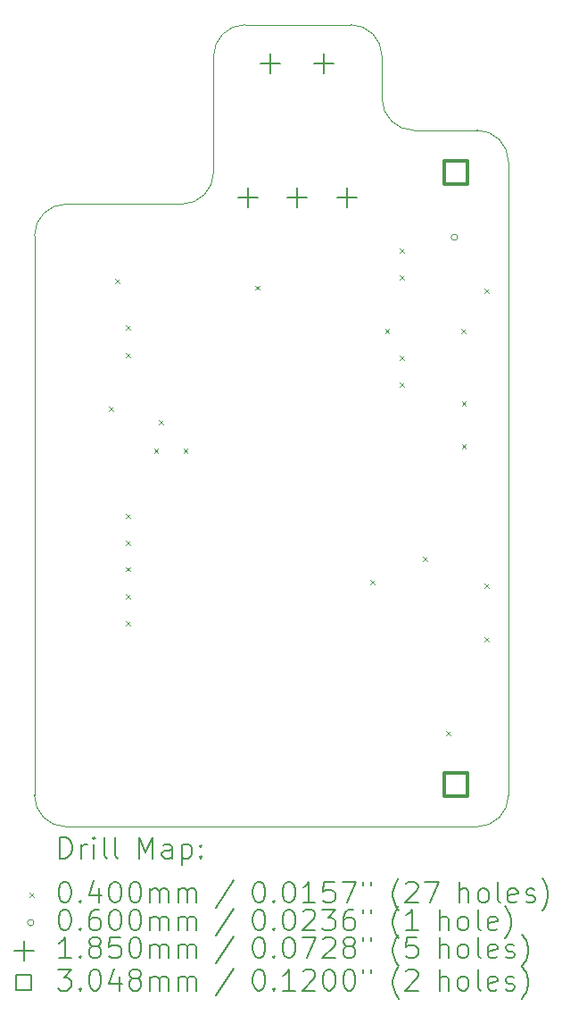
<source format=gbr>
%TF.GenerationSoftware,KiCad,Pcbnew,(7.0.0-0)*%
%TF.CreationDate,2023-03-19T22:54:46+01:00*%
%TF.ProjectId,TinyLlama-Wavetable,54696e79-4c6c-4616-9d61-2d5761766574,rev?*%
%TF.SameCoordinates,Original*%
%TF.FileFunction,Drillmap*%
%TF.FilePolarity,Positive*%
%FSLAX45Y45*%
G04 Gerber Fmt 4.5, Leading zero omitted, Abs format (unit mm)*
G04 Created by KiCad (PCBNEW (7.0.0-0)) date 2023-03-19 22:54:46*
%MOMM*%
%LPD*%
G01*
G04 APERTURE LIST*
%ADD10C,0.100000*%
%ADD11C,0.200000*%
%ADD12C,0.040000*%
%ADD13C,0.060000*%
%ADD14C,0.185000*%
%ADD15C,0.304800*%
G04 APERTURE END LIST*
D10*
X-3700000Y2600000D02*
G75*
G03*
X-4000000Y2300000I0J-300000D01*
G01*
X-2000000Y4300000D02*
G75*
G03*
X-2300000Y4000000I0J-300000D01*
G01*
X-1000000Y4300000D02*
X-2000000Y4300000D01*
X-2600000Y2600000D02*
G75*
G03*
X-2300000Y2900000I0J300000D01*
G01*
X-4000000Y2300000D02*
X-4000000Y-3000000D01*
X500000Y-3000000D02*
X500000Y3000000D01*
X-700000Y4000000D02*
G75*
G03*
X-1000000Y4300000I-300000J0D01*
G01*
X200000Y-3300000D02*
G75*
G03*
X500000Y-3000000I0J300000D01*
G01*
X-3700000Y-3300000D02*
X200000Y-3300000D01*
X-700000Y3600000D02*
G75*
G03*
X-400000Y3300000I300000J0D01*
G01*
X-2300000Y4000000D02*
X-2300000Y2900000D01*
X-4000000Y-3000000D02*
G75*
G03*
X-3700000Y-3300000I300000J0D01*
G01*
X200000Y3300000D02*
X-400000Y3300000D01*
X-700000Y3600000D02*
X-700000Y4000000D01*
X-2600000Y2600000D02*
X-3700000Y2600000D01*
X500000Y3000000D02*
G75*
G03*
X200000Y3300000I-300000J0D01*
G01*
D11*
D12*
X-3294400Y682000D02*
X-3254400Y642000D01*
X-3254400Y682000D02*
X-3294400Y642000D01*
X-3231000Y1892000D02*
X-3191000Y1852000D01*
X-3191000Y1892000D02*
X-3231000Y1852000D01*
X-3130000Y1450000D02*
X-3090000Y1410000D01*
X-3090000Y1450000D02*
X-3130000Y1410000D01*
X-3130000Y1190000D02*
X-3090000Y1150000D01*
X-3090000Y1190000D02*
X-3130000Y1150000D01*
X-3130000Y-335000D02*
X-3090000Y-375000D01*
X-3090000Y-335000D02*
X-3130000Y-375000D01*
X-3130000Y-590000D02*
X-3090000Y-630000D01*
X-3090000Y-590000D02*
X-3130000Y-630000D01*
X-3130000Y-840000D02*
X-3090000Y-880000D01*
X-3090000Y-840000D02*
X-3130000Y-880000D01*
X-3130000Y-1095000D02*
X-3090000Y-1135000D01*
X-3090000Y-1095000D02*
X-3130000Y-1135000D01*
X-3130000Y-1354000D02*
X-3090000Y-1394000D01*
X-3090000Y-1354000D02*
X-3130000Y-1394000D01*
X-2865000Y285000D02*
X-2825000Y245000D01*
X-2825000Y285000D02*
X-2865000Y245000D01*
X-2820000Y555000D02*
X-2780000Y515000D01*
X-2780000Y555000D02*
X-2820000Y515000D01*
X-2585000Y285000D02*
X-2545000Y245000D01*
X-2545000Y285000D02*
X-2585000Y245000D01*
X-1902000Y1827000D02*
X-1862000Y1787000D01*
X-1862000Y1827000D02*
X-1902000Y1787000D01*
X-809000Y-963000D02*
X-769000Y-1003000D01*
X-769000Y-963000D02*
X-809000Y-1003000D01*
X-671500Y1417000D02*
X-631500Y1377000D01*
X-631500Y1417000D02*
X-671500Y1377000D01*
X-530000Y2179000D02*
X-490000Y2139000D01*
X-490000Y2179000D02*
X-530000Y2139000D01*
X-530000Y1925000D02*
X-490000Y1885000D01*
X-490000Y1925000D02*
X-530000Y1885000D01*
X-530000Y1163000D02*
X-490000Y1123000D01*
X-490000Y1163000D02*
X-530000Y1123000D01*
X-530000Y909000D02*
X-490000Y869000D01*
X-490000Y909000D02*
X-530000Y869000D01*
X-310000Y-741000D02*
X-270000Y-781000D01*
X-270000Y-741000D02*
X-310000Y-781000D01*
X-90000Y-2394000D02*
X-50000Y-2434000D01*
X-50000Y-2394000D02*
X-90000Y-2434000D01*
X51000Y1417000D02*
X91000Y1377000D01*
X91000Y1417000D02*
X51000Y1377000D01*
X56000Y732400D02*
X96000Y692400D01*
X96000Y732400D02*
X56000Y692400D01*
X56000Y323600D02*
X96000Y283600D01*
X96000Y323600D02*
X56000Y283600D01*
X270000Y1799000D02*
X310000Y1759000D01*
X310000Y1799000D02*
X270000Y1759000D01*
X270000Y-997000D02*
X310000Y-1037000D01*
X310000Y-997000D02*
X270000Y-1037000D01*
X270000Y-1505000D02*
X310000Y-1545000D01*
X310000Y-1505000D02*
X270000Y-1545000D01*
D13*
X16000Y2286000D02*
G75*
G03*
X16000Y2286000I-30000J0D01*
G01*
D14*
X-1975000Y2757500D02*
X-1975000Y2572500D01*
X-2067500Y2665000D02*
X-1882500Y2665000D01*
X-1759000Y4027500D02*
X-1759000Y3842500D01*
X-1851500Y3935000D02*
X-1666500Y3935000D01*
X-1505000Y2757500D02*
X-1505000Y2572500D01*
X-1597500Y2665000D02*
X-1412500Y2665000D01*
X-1251000Y4027500D02*
X-1251000Y3842500D01*
X-1343500Y3935000D02*
X-1158500Y3935000D01*
X-1035000Y2757500D02*
X-1035000Y2572500D01*
X-1127500Y2665000D02*
X-942500Y2665000D01*
D15*
X107764Y2792236D02*
X107764Y3007764D01*
X-107764Y3007764D01*
X-107764Y2792236D01*
X107764Y2792236D01*
X107764Y-3007764D02*
X107764Y-2792236D01*
X-107764Y-2792236D01*
X-107764Y-3007764D01*
X107764Y-3007764D01*
D11*
X-3757381Y-3598476D02*
X-3757381Y-3398476D01*
X-3757381Y-3398476D02*
X-3709762Y-3398476D01*
X-3709762Y-3398476D02*
X-3681190Y-3408000D01*
X-3681190Y-3408000D02*
X-3662143Y-3427048D01*
X-3662143Y-3427048D02*
X-3652619Y-3446095D01*
X-3652619Y-3446095D02*
X-3643095Y-3484190D01*
X-3643095Y-3484190D02*
X-3643095Y-3512762D01*
X-3643095Y-3512762D02*
X-3652619Y-3550857D01*
X-3652619Y-3550857D02*
X-3662143Y-3569905D01*
X-3662143Y-3569905D02*
X-3681190Y-3588952D01*
X-3681190Y-3588952D02*
X-3709762Y-3598476D01*
X-3709762Y-3598476D02*
X-3757381Y-3598476D01*
X-3557381Y-3598476D02*
X-3557381Y-3465143D01*
X-3557381Y-3503238D02*
X-3547857Y-3484190D01*
X-3547857Y-3484190D02*
X-3538333Y-3474667D01*
X-3538333Y-3474667D02*
X-3519286Y-3465143D01*
X-3519286Y-3465143D02*
X-3500238Y-3465143D01*
X-3433571Y-3598476D02*
X-3433571Y-3465143D01*
X-3433571Y-3398476D02*
X-3443095Y-3408000D01*
X-3443095Y-3408000D02*
X-3433571Y-3417524D01*
X-3433571Y-3417524D02*
X-3424048Y-3408000D01*
X-3424048Y-3408000D02*
X-3433571Y-3398476D01*
X-3433571Y-3398476D02*
X-3433571Y-3417524D01*
X-3309762Y-3598476D02*
X-3328809Y-3588952D01*
X-3328809Y-3588952D02*
X-3338333Y-3569905D01*
X-3338333Y-3569905D02*
X-3338333Y-3398476D01*
X-3205000Y-3598476D02*
X-3224048Y-3588952D01*
X-3224048Y-3588952D02*
X-3233571Y-3569905D01*
X-3233571Y-3569905D02*
X-3233571Y-3398476D01*
X-3008809Y-3598476D02*
X-3008809Y-3398476D01*
X-3008809Y-3398476D02*
X-2942143Y-3541333D01*
X-2942143Y-3541333D02*
X-2875476Y-3398476D01*
X-2875476Y-3398476D02*
X-2875476Y-3598476D01*
X-2694524Y-3598476D02*
X-2694524Y-3493714D01*
X-2694524Y-3493714D02*
X-2704048Y-3474667D01*
X-2704048Y-3474667D02*
X-2723095Y-3465143D01*
X-2723095Y-3465143D02*
X-2761191Y-3465143D01*
X-2761191Y-3465143D02*
X-2780238Y-3474667D01*
X-2694524Y-3588952D02*
X-2713571Y-3598476D01*
X-2713571Y-3598476D02*
X-2761191Y-3598476D01*
X-2761191Y-3598476D02*
X-2780238Y-3588952D01*
X-2780238Y-3588952D02*
X-2789762Y-3569905D01*
X-2789762Y-3569905D02*
X-2789762Y-3550857D01*
X-2789762Y-3550857D02*
X-2780238Y-3531809D01*
X-2780238Y-3531809D02*
X-2761191Y-3522286D01*
X-2761191Y-3522286D02*
X-2713571Y-3522286D01*
X-2713571Y-3522286D02*
X-2694524Y-3512762D01*
X-2599286Y-3465143D02*
X-2599286Y-3665143D01*
X-2599286Y-3474667D02*
X-2580238Y-3465143D01*
X-2580238Y-3465143D02*
X-2542143Y-3465143D01*
X-2542143Y-3465143D02*
X-2523095Y-3474667D01*
X-2523095Y-3474667D02*
X-2513571Y-3484190D01*
X-2513571Y-3484190D02*
X-2504048Y-3503238D01*
X-2504048Y-3503238D02*
X-2504048Y-3560381D01*
X-2504048Y-3560381D02*
X-2513571Y-3579428D01*
X-2513571Y-3579428D02*
X-2523095Y-3588952D01*
X-2523095Y-3588952D02*
X-2542143Y-3598476D01*
X-2542143Y-3598476D02*
X-2580238Y-3598476D01*
X-2580238Y-3598476D02*
X-2599286Y-3588952D01*
X-2418333Y-3579428D02*
X-2408810Y-3588952D01*
X-2408810Y-3588952D02*
X-2418333Y-3598476D01*
X-2418333Y-3598476D02*
X-2427857Y-3588952D01*
X-2427857Y-3588952D02*
X-2418333Y-3579428D01*
X-2418333Y-3579428D02*
X-2418333Y-3598476D01*
X-2418333Y-3474667D02*
X-2408810Y-3484190D01*
X-2408810Y-3484190D02*
X-2418333Y-3493714D01*
X-2418333Y-3493714D02*
X-2427857Y-3484190D01*
X-2427857Y-3484190D02*
X-2418333Y-3474667D01*
X-2418333Y-3474667D02*
X-2418333Y-3493714D01*
D12*
X-4045000Y-3925000D02*
X-4005000Y-3965000D01*
X-4005000Y-3925000D02*
X-4045000Y-3965000D01*
D11*
X-3719286Y-3818476D02*
X-3700238Y-3818476D01*
X-3700238Y-3818476D02*
X-3681190Y-3828000D01*
X-3681190Y-3828000D02*
X-3671667Y-3837524D01*
X-3671667Y-3837524D02*
X-3662143Y-3856571D01*
X-3662143Y-3856571D02*
X-3652619Y-3894667D01*
X-3652619Y-3894667D02*
X-3652619Y-3942286D01*
X-3652619Y-3942286D02*
X-3662143Y-3980381D01*
X-3662143Y-3980381D02*
X-3671667Y-3999428D01*
X-3671667Y-3999428D02*
X-3681190Y-4008952D01*
X-3681190Y-4008952D02*
X-3700238Y-4018476D01*
X-3700238Y-4018476D02*
X-3719286Y-4018476D01*
X-3719286Y-4018476D02*
X-3738333Y-4008952D01*
X-3738333Y-4008952D02*
X-3747857Y-3999428D01*
X-3747857Y-3999428D02*
X-3757381Y-3980381D01*
X-3757381Y-3980381D02*
X-3766905Y-3942286D01*
X-3766905Y-3942286D02*
X-3766905Y-3894667D01*
X-3766905Y-3894667D02*
X-3757381Y-3856571D01*
X-3757381Y-3856571D02*
X-3747857Y-3837524D01*
X-3747857Y-3837524D02*
X-3738333Y-3828000D01*
X-3738333Y-3828000D02*
X-3719286Y-3818476D01*
X-3566905Y-3999428D02*
X-3557381Y-4008952D01*
X-3557381Y-4008952D02*
X-3566905Y-4018476D01*
X-3566905Y-4018476D02*
X-3576428Y-4008952D01*
X-3576428Y-4008952D02*
X-3566905Y-3999428D01*
X-3566905Y-3999428D02*
X-3566905Y-4018476D01*
X-3385952Y-3885143D02*
X-3385952Y-4018476D01*
X-3433571Y-3808952D02*
X-3481190Y-3951809D01*
X-3481190Y-3951809D02*
X-3357381Y-3951809D01*
X-3243095Y-3818476D02*
X-3224047Y-3818476D01*
X-3224047Y-3818476D02*
X-3205000Y-3828000D01*
X-3205000Y-3828000D02*
X-3195476Y-3837524D01*
X-3195476Y-3837524D02*
X-3185952Y-3856571D01*
X-3185952Y-3856571D02*
X-3176428Y-3894667D01*
X-3176428Y-3894667D02*
X-3176428Y-3942286D01*
X-3176428Y-3942286D02*
X-3185952Y-3980381D01*
X-3185952Y-3980381D02*
X-3195476Y-3999428D01*
X-3195476Y-3999428D02*
X-3205000Y-4008952D01*
X-3205000Y-4008952D02*
X-3224047Y-4018476D01*
X-3224047Y-4018476D02*
X-3243095Y-4018476D01*
X-3243095Y-4018476D02*
X-3262143Y-4008952D01*
X-3262143Y-4008952D02*
X-3271667Y-3999428D01*
X-3271667Y-3999428D02*
X-3281190Y-3980381D01*
X-3281190Y-3980381D02*
X-3290714Y-3942286D01*
X-3290714Y-3942286D02*
X-3290714Y-3894667D01*
X-3290714Y-3894667D02*
X-3281190Y-3856571D01*
X-3281190Y-3856571D02*
X-3271667Y-3837524D01*
X-3271667Y-3837524D02*
X-3262143Y-3828000D01*
X-3262143Y-3828000D02*
X-3243095Y-3818476D01*
X-3052619Y-3818476D02*
X-3033571Y-3818476D01*
X-3033571Y-3818476D02*
X-3014524Y-3828000D01*
X-3014524Y-3828000D02*
X-3005000Y-3837524D01*
X-3005000Y-3837524D02*
X-2995476Y-3856571D01*
X-2995476Y-3856571D02*
X-2985952Y-3894667D01*
X-2985952Y-3894667D02*
X-2985952Y-3942286D01*
X-2985952Y-3942286D02*
X-2995476Y-3980381D01*
X-2995476Y-3980381D02*
X-3005000Y-3999428D01*
X-3005000Y-3999428D02*
X-3014524Y-4008952D01*
X-3014524Y-4008952D02*
X-3033571Y-4018476D01*
X-3033571Y-4018476D02*
X-3052619Y-4018476D01*
X-3052619Y-4018476D02*
X-3071667Y-4008952D01*
X-3071667Y-4008952D02*
X-3081190Y-3999428D01*
X-3081190Y-3999428D02*
X-3090714Y-3980381D01*
X-3090714Y-3980381D02*
X-3100238Y-3942286D01*
X-3100238Y-3942286D02*
X-3100238Y-3894667D01*
X-3100238Y-3894667D02*
X-3090714Y-3856571D01*
X-3090714Y-3856571D02*
X-3081190Y-3837524D01*
X-3081190Y-3837524D02*
X-3071667Y-3828000D01*
X-3071667Y-3828000D02*
X-3052619Y-3818476D01*
X-2900238Y-4018476D02*
X-2900238Y-3885143D01*
X-2900238Y-3904190D02*
X-2890714Y-3894667D01*
X-2890714Y-3894667D02*
X-2871667Y-3885143D01*
X-2871667Y-3885143D02*
X-2843095Y-3885143D01*
X-2843095Y-3885143D02*
X-2824047Y-3894667D01*
X-2824047Y-3894667D02*
X-2814524Y-3913714D01*
X-2814524Y-3913714D02*
X-2814524Y-4018476D01*
X-2814524Y-3913714D02*
X-2805000Y-3894667D01*
X-2805000Y-3894667D02*
X-2785952Y-3885143D01*
X-2785952Y-3885143D02*
X-2757381Y-3885143D01*
X-2757381Y-3885143D02*
X-2738333Y-3894667D01*
X-2738333Y-3894667D02*
X-2728809Y-3913714D01*
X-2728809Y-3913714D02*
X-2728809Y-4018476D01*
X-2633571Y-4018476D02*
X-2633571Y-3885143D01*
X-2633571Y-3904190D02*
X-2624048Y-3894667D01*
X-2624048Y-3894667D02*
X-2605000Y-3885143D01*
X-2605000Y-3885143D02*
X-2576428Y-3885143D01*
X-2576428Y-3885143D02*
X-2557381Y-3894667D01*
X-2557381Y-3894667D02*
X-2547857Y-3913714D01*
X-2547857Y-3913714D02*
X-2547857Y-4018476D01*
X-2547857Y-3913714D02*
X-2538333Y-3894667D01*
X-2538333Y-3894667D02*
X-2519286Y-3885143D01*
X-2519286Y-3885143D02*
X-2490714Y-3885143D01*
X-2490714Y-3885143D02*
X-2471667Y-3894667D01*
X-2471667Y-3894667D02*
X-2462143Y-3913714D01*
X-2462143Y-3913714D02*
X-2462143Y-4018476D01*
X-2104048Y-3808952D02*
X-2275476Y-4066095D01*
X-1879286Y-3818476D02*
X-1860238Y-3818476D01*
X-1860238Y-3818476D02*
X-1841190Y-3828000D01*
X-1841190Y-3828000D02*
X-1831666Y-3837524D01*
X-1831666Y-3837524D02*
X-1822143Y-3856571D01*
X-1822143Y-3856571D02*
X-1812619Y-3894667D01*
X-1812619Y-3894667D02*
X-1812619Y-3942286D01*
X-1812619Y-3942286D02*
X-1822143Y-3980381D01*
X-1822143Y-3980381D02*
X-1831666Y-3999428D01*
X-1831666Y-3999428D02*
X-1841190Y-4008952D01*
X-1841190Y-4008952D02*
X-1860238Y-4018476D01*
X-1860238Y-4018476D02*
X-1879286Y-4018476D01*
X-1879286Y-4018476D02*
X-1898333Y-4008952D01*
X-1898333Y-4008952D02*
X-1907857Y-3999428D01*
X-1907857Y-3999428D02*
X-1917381Y-3980381D01*
X-1917381Y-3980381D02*
X-1926905Y-3942286D01*
X-1926905Y-3942286D02*
X-1926905Y-3894667D01*
X-1926905Y-3894667D02*
X-1917381Y-3856571D01*
X-1917381Y-3856571D02*
X-1907857Y-3837524D01*
X-1907857Y-3837524D02*
X-1898333Y-3828000D01*
X-1898333Y-3828000D02*
X-1879286Y-3818476D01*
X-1726905Y-3999428D02*
X-1717381Y-4008952D01*
X-1717381Y-4008952D02*
X-1726905Y-4018476D01*
X-1726905Y-4018476D02*
X-1736428Y-4008952D01*
X-1736428Y-4008952D02*
X-1726905Y-3999428D01*
X-1726905Y-3999428D02*
X-1726905Y-4018476D01*
X-1593571Y-3818476D02*
X-1574524Y-3818476D01*
X-1574524Y-3818476D02*
X-1555476Y-3828000D01*
X-1555476Y-3828000D02*
X-1545952Y-3837524D01*
X-1545952Y-3837524D02*
X-1536428Y-3856571D01*
X-1536428Y-3856571D02*
X-1526905Y-3894667D01*
X-1526905Y-3894667D02*
X-1526905Y-3942286D01*
X-1526905Y-3942286D02*
X-1536428Y-3980381D01*
X-1536428Y-3980381D02*
X-1545952Y-3999428D01*
X-1545952Y-3999428D02*
X-1555476Y-4008952D01*
X-1555476Y-4008952D02*
X-1574524Y-4018476D01*
X-1574524Y-4018476D02*
X-1593571Y-4018476D01*
X-1593571Y-4018476D02*
X-1612619Y-4008952D01*
X-1612619Y-4008952D02*
X-1622143Y-3999428D01*
X-1622143Y-3999428D02*
X-1631666Y-3980381D01*
X-1631666Y-3980381D02*
X-1641190Y-3942286D01*
X-1641190Y-3942286D02*
X-1641190Y-3894667D01*
X-1641190Y-3894667D02*
X-1631666Y-3856571D01*
X-1631666Y-3856571D02*
X-1622143Y-3837524D01*
X-1622143Y-3837524D02*
X-1612619Y-3828000D01*
X-1612619Y-3828000D02*
X-1593571Y-3818476D01*
X-1336428Y-4018476D02*
X-1450714Y-4018476D01*
X-1393571Y-4018476D02*
X-1393571Y-3818476D01*
X-1393571Y-3818476D02*
X-1412619Y-3847048D01*
X-1412619Y-3847048D02*
X-1431666Y-3866095D01*
X-1431666Y-3866095D02*
X-1450714Y-3875619D01*
X-1155476Y-3818476D02*
X-1250714Y-3818476D01*
X-1250714Y-3818476D02*
X-1260238Y-3913714D01*
X-1260238Y-3913714D02*
X-1250714Y-3904190D01*
X-1250714Y-3904190D02*
X-1231667Y-3894667D01*
X-1231667Y-3894667D02*
X-1184047Y-3894667D01*
X-1184047Y-3894667D02*
X-1165000Y-3904190D01*
X-1165000Y-3904190D02*
X-1155476Y-3913714D01*
X-1155476Y-3913714D02*
X-1145952Y-3932762D01*
X-1145952Y-3932762D02*
X-1145952Y-3980381D01*
X-1145952Y-3980381D02*
X-1155476Y-3999428D01*
X-1155476Y-3999428D02*
X-1165000Y-4008952D01*
X-1165000Y-4008952D02*
X-1184047Y-4018476D01*
X-1184047Y-4018476D02*
X-1231667Y-4018476D01*
X-1231667Y-4018476D02*
X-1250714Y-4008952D01*
X-1250714Y-4008952D02*
X-1260238Y-3999428D01*
X-1079286Y-3818476D02*
X-945952Y-3818476D01*
X-945952Y-3818476D02*
X-1031666Y-4018476D01*
X-879285Y-3818476D02*
X-879285Y-3856571D01*
X-803095Y-3818476D02*
X-803095Y-3856571D01*
X-540238Y-4094667D02*
X-549762Y-4085143D01*
X-549762Y-4085143D02*
X-568809Y-4056571D01*
X-568809Y-4056571D02*
X-578333Y-4037524D01*
X-578333Y-4037524D02*
X-587857Y-4008952D01*
X-587857Y-4008952D02*
X-597381Y-3961333D01*
X-597381Y-3961333D02*
X-597381Y-3923238D01*
X-597381Y-3923238D02*
X-587857Y-3875619D01*
X-587857Y-3875619D02*
X-578333Y-3847048D01*
X-578333Y-3847048D02*
X-568809Y-3828000D01*
X-568809Y-3828000D02*
X-549762Y-3799428D01*
X-549762Y-3799428D02*
X-540238Y-3789905D01*
X-473571Y-3837524D02*
X-464047Y-3828000D01*
X-464047Y-3828000D02*
X-445000Y-3818476D01*
X-445000Y-3818476D02*
X-397381Y-3818476D01*
X-397381Y-3818476D02*
X-378333Y-3828000D01*
X-378333Y-3828000D02*
X-368809Y-3837524D01*
X-368809Y-3837524D02*
X-359285Y-3856571D01*
X-359285Y-3856571D02*
X-359285Y-3875619D01*
X-359285Y-3875619D02*
X-368809Y-3904190D01*
X-368809Y-3904190D02*
X-483095Y-4018476D01*
X-483095Y-4018476D02*
X-359285Y-4018476D01*
X-292619Y-3818476D02*
X-159286Y-3818476D01*
X-159286Y-3818476D02*
X-245000Y-4018476D01*
X36905Y-4018476D02*
X36905Y-3818476D01*
X122619Y-4018476D02*
X122619Y-3913714D01*
X122619Y-3913714D02*
X113095Y-3894667D01*
X113095Y-3894667D02*
X94048Y-3885143D01*
X94048Y-3885143D02*
X65476Y-3885143D01*
X65476Y-3885143D02*
X46429Y-3894667D01*
X46429Y-3894667D02*
X36905Y-3904190D01*
X246429Y-4018476D02*
X227381Y-4008952D01*
X227381Y-4008952D02*
X217857Y-3999428D01*
X217857Y-3999428D02*
X208333Y-3980381D01*
X208333Y-3980381D02*
X208333Y-3923238D01*
X208333Y-3923238D02*
X217857Y-3904190D01*
X217857Y-3904190D02*
X227381Y-3894667D01*
X227381Y-3894667D02*
X246429Y-3885143D01*
X246429Y-3885143D02*
X275000Y-3885143D01*
X275000Y-3885143D02*
X294048Y-3894667D01*
X294048Y-3894667D02*
X303572Y-3904190D01*
X303572Y-3904190D02*
X313095Y-3923238D01*
X313095Y-3923238D02*
X313095Y-3980381D01*
X313095Y-3980381D02*
X303572Y-3999428D01*
X303572Y-3999428D02*
X294048Y-4008952D01*
X294048Y-4008952D02*
X275000Y-4018476D01*
X275000Y-4018476D02*
X246429Y-4018476D01*
X427381Y-4018476D02*
X408333Y-4008952D01*
X408333Y-4008952D02*
X398810Y-3989905D01*
X398810Y-3989905D02*
X398810Y-3818476D01*
X579762Y-4008952D02*
X560715Y-4018476D01*
X560715Y-4018476D02*
X522619Y-4018476D01*
X522619Y-4018476D02*
X503572Y-4008952D01*
X503572Y-4008952D02*
X494048Y-3989905D01*
X494048Y-3989905D02*
X494048Y-3913714D01*
X494048Y-3913714D02*
X503572Y-3894667D01*
X503572Y-3894667D02*
X522619Y-3885143D01*
X522619Y-3885143D02*
X560715Y-3885143D01*
X560715Y-3885143D02*
X579762Y-3894667D01*
X579762Y-3894667D02*
X589286Y-3913714D01*
X589286Y-3913714D02*
X589286Y-3932762D01*
X589286Y-3932762D02*
X494048Y-3951809D01*
X665476Y-4008952D02*
X684524Y-4018476D01*
X684524Y-4018476D02*
X722619Y-4018476D01*
X722619Y-4018476D02*
X741667Y-4008952D01*
X741667Y-4008952D02*
X751191Y-3989905D01*
X751191Y-3989905D02*
X751191Y-3980381D01*
X751191Y-3980381D02*
X741667Y-3961333D01*
X741667Y-3961333D02*
X722619Y-3951809D01*
X722619Y-3951809D02*
X694048Y-3951809D01*
X694048Y-3951809D02*
X675000Y-3942286D01*
X675000Y-3942286D02*
X665476Y-3923238D01*
X665476Y-3923238D02*
X665476Y-3913714D01*
X665476Y-3913714D02*
X675000Y-3894667D01*
X675000Y-3894667D02*
X694048Y-3885143D01*
X694048Y-3885143D02*
X722619Y-3885143D01*
X722619Y-3885143D02*
X741667Y-3894667D01*
X817857Y-4094667D02*
X827381Y-4085143D01*
X827381Y-4085143D02*
X846429Y-4056571D01*
X846429Y-4056571D02*
X855953Y-4037524D01*
X855953Y-4037524D02*
X865476Y-4008952D01*
X865476Y-4008952D02*
X875000Y-3961333D01*
X875000Y-3961333D02*
X875000Y-3923238D01*
X875000Y-3923238D02*
X865476Y-3875619D01*
X865476Y-3875619D02*
X855953Y-3847048D01*
X855953Y-3847048D02*
X846429Y-3828000D01*
X846429Y-3828000D02*
X827381Y-3799428D01*
X827381Y-3799428D02*
X817857Y-3789905D01*
D13*
X-4005000Y-4209000D02*
G75*
G03*
X-4005000Y-4209000I-30000J0D01*
G01*
D11*
X-3719286Y-4082476D02*
X-3700238Y-4082476D01*
X-3700238Y-4082476D02*
X-3681190Y-4092000D01*
X-3681190Y-4092000D02*
X-3671667Y-4101524D01*
X-3671667Y-4101524D02*
X-3662143Y-4120571D01*
X-3662143Y-4120571D02*
X-3652619Y-4158667D01*
X-3652619Y-4158667D02*
X-3652619Y-4206286D01*
X-3652619Y-4206286D02*
X-3662143Y-4244381D01*
X-3662143Y-4244381D02*
X-3671667Y-4263429D01*
X-3671667Y-4263429D02*
X-3681190Y-4272952D01*
X-3681190Y-4272952D02*
X-3700238Y-4282476D01*
X-3700238Y-4282476D02*
X-3719286Y-4282476D01*
X-3719286Y-4282476D02*
X-3738333Y-4272952D01*
X-3738333Y-4272952D02*
X-3747857Y-4263429D01*
X-3747857Y-4263429D02*
X-3757381Y-4244381D01*
X-3757381Y-4244381D02*
X-3766905Y-4206286D01*
X-3766905Y-4206286D02*
X-3766905Y-4158667D01*
X-3766905Y-4158667D02*
X-3757381Y-4120571D01*
X-3757381Y-4120571D02*
X-3747857Y-4101524D01*
X-3747857Y-4101524D02*
X-3738333Y-4092000D01*
X-3738333Y-4092000D02*
X-3719286Y-4082476D01*
X-3566905Y-4263429D02*
X-3557381Y-4272952D01*
X-3557381Y-4272952D02*
X-3566905Y-4282476D01*
X-3566905Y-4282476D02*
X-3576428Y-4272952D01*
X-3576428Y-4272952D02*
X-3566905Y-4263429D01*
X-3566905Y-4263429D02*
X-3566905Y-4282476D01*
X-3385952Y-4082476D02*
X-3424048Y-4082476D01*
X-3424048Y-4082476D02*
X-3443095Y-4092000D01*
X-3443095Y-4092000D02*
X-3452619Y-4101524D01*
X-3452619Y-4101524D02*
X-3471667Y-4130095D01*
X-3471667Y-4130095D02*
X-3481190Y-4168190D01*
X-3481190Y-4168190D02*
X-3481190Y-4244381D01*
X-3481190Y-4244381D02*
X-3471667Y-4263429D01*
X-3471667Y-4263429D02*
X-3462143Y-4272952D01*
X-3462143Y-4272952D02*
X-3443095Y-4282476D01*
X-3443095Y-4282476D02*
X-3405000Y-4282476D01*
X-3405000Y-4282476D02*
X-3385952Y-4272952D01*
X-3385952Y-4272952D02*
X-3376428Y-4263429D01*
X-3376428Y-4263429D02*
X-3366905Y-4244381D01*
X-3366905Y-4244381D02*
X-3366905Y-4196762D01*
X-3366905Y-4196762D02*
X-3376428Y-4177714D01*
X-3376428Y-4177714D02*
X-3385952Y-4168190D01*
X-3385952Y-4168190D02*
X-3405000Y-4158667D01*
X-3405000Y-4158667D02*
X-3443095Y-4158667D01*
X-3443095Y-4158667D02*
X-3462143Y-4168190D01*
X-3462143Y-4168190D02*
X-3471667Y-4177714D01*
X-3471667Y-4177714D02*
X-3481190Y-4196762D01*
X-3243095Y-4082476D02*
X-3224047Y-4082476D01*
X-3224047Y-4082476D02*
X-3205000Y-4092000D01*
X-3205000Y-4092000D02*
X-3195476Y-4101524D01*
X-3195476Y-4101524D02*
X-3185952Y-4120571D01*
X-3185952Y-4120571D02*
X-3176428Y-4158667D01*
X-3176428Y-4158667D02*
X-3176428Y-4206286D01*
X-3176428Y-4206286D02*
X-3185952Y-4244381D01*
X-3185952Y-4244381D02*
X-3195476Y-4263429D01*
X-3195476Y-4263429D02*
X-3205000Y-4272952D01*
X-3205000Y-4272952D02*
X-3224047Y-4282476D01*
X-3224047Y-4282476D02*
X-3243095Y-4282476D01*
X-3243095Y-4282476D02*
X-3262143Y-4272952D01*
X-3262143Y-4272952D02*
X-3271667Y-4263429D01*
X-3271667Y-4263429D02*
X-3281190Y-4244381D01*
X-3281190Y-4244381D02*
X-3290714Y-4206286D01*
X-3290714Y-4206286D02*
X-3290714Y-4158667D01*
X-3290714Y-4158667D02*
X-3281190Y-4120571D01*
X-3281190Y-4120571D02*
X-3271667Y-4101524D01*
X-3271667Y-4101524D02*
X-3262143Y-4092000D01*
X-3262143Y-4092000D02*
X-3243095Y-4082476D01*
X-3052619Y-4082476D02*
X-3033571Y-4082476D01*
X-3033571Y-4082476D02*
X-3014524Y-4092000D01*
X-3014524Y-4092000D02*
X-3005000Y-4101524D01*
X-3005000Y-4101524D02*
X-2995476Y-4120571D01*
X-2995476Y-4120571D02*
X-2985952Y-4158667D01*
X-2985952Y-4158667D02*
X-2985952Y-4206286D01*
X-2985952Y-4206286D02*
X-2995476Y-4244381D01*
X-2995476Y-4244381D02*
X-3005000Y-4263429D01*
X-3005000Y-4263429D02*
X-3014524Y-4272952D01*
X-3014524Y-4272952D02*
X-3033571Y-4282476D01*
X-3033571Y-4282476D02*
X-3052619Y-4282476D01*
X-3052619Y-4282476D02*
X-3071667Y-4272952D01*
X-3071667Y-4272952D02*
X-3081190Y-4263429D01*
X-3081190Y-4263429D02*
X-3090714Y-4244381D01*
X-3090714Y-4244381D02*
X-3100238Y-4206286D01*
X-3100238Y-4206286D02*
X-3100238Y-4158667D01*
X-3100238Y-4158667D02*
X-3090714Y-4120571D01*
X-3090714Y-4120571D02*
X-3081190Y-4101524D01*
X-3081190Y-4101524D02*
X-3071667Y-4092000D01*
X-3071667Y-4092000D02*
X-3052619Y-4082476D01*
X-2900238Y-4282476D02*
X-2900238Y-4149143D01*
X-2900238Y-4168190D02*
X-2890714Y-4158667D01*
X-2890714Y-4158667D02*
X-2871667Y-4149143D01*
X-2871667Y-4149143D02*
X-2843095Y-4149143D01*
X-2843095Y-4149143D02*
X-2824047Y-4158667D01*
X-2824047Y-4158667D02*
X-2814524Y-4177714D01*
X-2814524Y-4177714D02*
X-2814524Y-4282476D01*
X-2814524Y-4177714D02*
X-2805000Y-4158667D01*
X-2805000Y-4158667D02*
X-2785952Y-4149143D01*
X-2785952Y-4149143D02*
X-2757381Y-4149143D01*
X-2757381Y-4149143D02*
X-2738333Y-4158667D01*
X-2738333Y-4158667D02*
X-2728809Y-4177714D01*
X-2728809Y-4177714D02*
X-2728809Y-4282476D01*
X-2633571Y-4282476D02*
X-2633571Y-4149143D01*
X-2633571Y-4168190D02*
X-2624048Y-4158667D01*
X-2624048Y-4158667D02*
X-2605000Y-4149143D01*
X-2605000Y-4149143D02*
X-2576428Y-4149143D01*
X-2576428Y-4149143D02*
X-2557381Y-4158667D01*
X-2557381Y-4158667D02*
X-2547857Y-4177714D01*
X-2547857Y-4177714D02*
X-2547857Y-4282476D01*
X-2547857Y-4177714D02*
X-2538333Y-4158667D01*
X-2538333Y-4158667D02*
X-2519286Y-4149143D01*
X-2519286Y-4149143D02*
X-2490714Y-4149143D01*
X-2490714Y-4149143D02*
X-2471667Y-4158667D01*
X-2471667Y-4158667D02*
X-2462143Y-4177714D01*
X-2462143Y-4177714D02*
X-2462143Y-4282476D01*
X-2104048Y-4072952D02*
X-2275476Y-4330095D01*
X-1879286Y-4082476D02*
X-1860238Y-4082476D01*
X-1860238Y-4082476D02*
X-1841190Y-4092000D01*
X-1841190Y-4092000D02*
X-1831666Y-4101524D01*
X-1831666Y-4101524D02*
X-1822143Y-4120571D01*
X-1822143Y-4120571D02*
X-1812619Y-4158667D01*
X-1812619Y-4158667D02*
X-1812619Y-4206286D01*
X-1812619Y-4206286D02*
X-1822143Y-4244381D01*
X-1822143Y-4244381D02*
X-1831666Y-4263429D01*
X-1831666Y-4263429D02*
X-1841190Y-4272952D01*
X-1841190Y-4272952D02*
X-1860238Y-4282476D01*
X-1860238Y-4282476D02*
X-1879286Y-4282476D01*
X-1879286Y-4282476D02*
X-1898333Y-4272952D01*
X-1898333Y-4272952D02*
X-1907857Y-4263429D01*
X-1907857Y-4263429D02*
X-1917381Y-4244381D01*
X-1917381Y-4244381D02*
X-1926905Y-4206286D01*
X-1926905Y-4206286D02*
X-1926905Y-4158667D01*
X-1926905Y-4158667D02*
X-1917381Y-4120571D01*
X-1917381Y-4120571D02*
X-1907857Y-4101524D01*
X-1907857Y-4101524D02*
X-1898333Y-4092000D01*
X-1898333Y-4092000D02*
X-1879286Y-4082476D01*
X-1726905Y-4263429D02*
X-1717381Y-4272952D01*
X-1717381Y-4272952D02*
X-1726905Y-4282476D01*
X-1726905Y-4282476D02*
X-1736428Y-4272952D01*
X-1736428Y-4272952D02*
X-1726905Y-4263429D01*
X-1726905Y-4263429D02*
X-1726905Y-4282476D01*
X-1593571Y-4082476D02*
X-1574524Y-4082476D01*
X-1574524Y-4082476D02*
X-1555476Y-4092000D01*
X-1555476Y-4092000D02*
X-1545952Y-4101524D01*
X-1545952Y-4101524D02*
X-1536428Y-4120571D01*
X-1536428Y-4120571D02*
X-1526905Y-4158667D01*
X-1526905Y-4158667D02*
X-1526905Y-4206286D01*
X-1526905Y-4206286D02*
X-1536428Y-4244381D01*
X-1536428Y-4244381D02*
X-1545952Y-4263429D01*
X-1545952Y-4263429D02*
X-1555476Y-4272952D01*
X-1555476Y-4272952D02*
X-1574524Y-4282476D01*
X-1574524Y-4282476D02*
X-1593571Y-4282476D01*
X-1593571Y-4282476D02*
X-1612619Y-4272952D01*
X-1612619Y-4272952D02*
X-1622143Y-4263429D01*
X-1622143Y-4263429D02*
X-1631666Y-4244381D01*
X-1631666Y-4244381D02*
X-1641190Y-4206286D01*
X-1641190Y-4206286D02*
X-1641190Y-4158667D01*
X-1641190Y-4158667D02*
X-1631666Y-4120571D01*
X-1631666Y-4120571D02*
X-1622143Y-4101524D01*
X-1622143Y-4101524D02*
X-1612619Y-4092000D01*
X-1612619Y-4092000D02*
X-1593571Y-4082476D01*
X-1450714Y-4101524D02*
X-1441190Y-4092000D01*
X-1441190Y-4092000D02*
X-1422143Y-4082476D01*
X-1422143Y-4082476D02*
X-1374524Y-4082476D01*
X-1374524Y-4082476D02*
X-1355476Y-4092000D01*
X-1355476Y-4092000D02*
X-1345952Y-4101524D01*
X-1345952Y-4101524D02*
X-1336428Y-4120571D01*
X-1336428Y-4120571D02*
X-1336428Y-4139619D01*
X-1336428Y-4139619D02*
X-1345952Y-4168190D01*
X-1345952Y-4168190D02*
X-1460238Y-4282476D01*
X-1460238Y-4282476D02*
X-1336428Y-4282476D01*
X-1269762Y-4082476D02*
X-1145952Y-4082476D01*
X-1145952Y-4082476D02*
X-1212619Y-4158667D01*
X-1212619Y-4158667D02*
X-1184047Y-4158667D01*
X-1184047Y-4158667D02*
X-1165000Y-4168190D01*
X-1165000Y-4168190D02*
X-1155476Y-4177714D01*
X-1155476Y-4177714D02*
X-1145952Y-4196762D01*
X-1145952Y-4196762D02*
X-1145952Y-4244381D01*
X-1145952Y-4244381D02*
X-1155476Y-4263429D01*
X-1155476Y-4263429D02*
X-1165000Y-4272952D01*
X-1165000Y-4272952D02*
X-1184047Y-4282476D01*
X-1184047Y-4282476D02*
X-1241190Y-4282476D01*
X-1241190Y-4282476D02*
X-1260238Y-4272952D01*
X-1260238Y-4272952D02*
X-1269762Y-4263429D01*
X-974524Y-4082476D02*
X-1012619Y-4082476D01*
X-1012619Y-4082476D02*
X-1031666Y-4092000D01*
X-1031666Y-4092000D02*
X-1041190Y-4101524D01*
X-1041190Y-4101524D02*
X-1060238Y-4130095D01*
X-1060238Y-4130095D02*
X-1069762Y-4168190D01*
X-1069762Y-4168190D02*
X-1069762Y-4244381D01*
X-1069762Y-4244381D02*
X-1060238Y-4263429D01*
X-1060238Y-4263429D02*
X-1050714Y-4272952D01*
X-1050714Y-4272952D02*
X-1031666Y-4282476D01*
X-1031666Y-4282476D02*
X-993571Y-4282476D01*
X-993571Y-4282476D02*
X-974524Y-4272952D01*
X-974524Y-4272952D02*
X-965000Y-4263429D01*
X-965000Y-4263429D02*
X-955476Y-4244381D01*
X-955476Y-4244381D02*
X-955476Y-4196762D01*
X-955476Y-4196762D02*
X-965000Y-4177714D01*
X-965000Y-4177714D02*
X-974524Y-4168190D01*
X-974524Y-4168190D02*
X-993571Y-4158667D01*
X-993571Y-4158667D02*
X-1031666Y-4158667D01*
X-1031666Y-4158667D02*
X-1050714Y-4168190D01*
X-1050714Y-4168190D02*
X-1060238Y-4177714D01*
X-1060238Y-4177714D02*
X-1069762Y-4196762D01*
X-879285Y-4082476D02*
X-879285Y-4120571D01*
X-803095Y-4082476D02*
X-803095Y-4120571D01*
X-540238Y-4358667D02*
X-549762Y-4349143D01*
X-549762Y-4349143D02*
X-568809Y-4320571D01*
X-568809Y-4320571D02*
X-578333Y-4301524D01*
X-578333Y-4301524D02*
X-587857Y-4272952D01*
X-587857Y-4272952D02*
X-597381Y-4225333D01*
X-597381Y-4225333D02*
X-597381Y-4187238D01*
X-597381Y-4187238D02*
X-587857Y-4139619D01*
X-587857Y-4139619D02*
X-578333Y-4111048D01*
X-578333Y-4111048D02*
X-568809Y-4092000D01*
X-568809Y-4092000D02*
X-549762Y-4063428D01*
X-549762Y-4063428D02*
X-540238Y-4053905D01*
X-359285Y-4282476D02*
X-473571Y-4282476D01*
X-416428Y-4282476D02*
X-416428Y-4082476D01*
X-416428Y-4082476D02*
X-435476Y-4111048D01*
X-435476Y-4111048D02*
X-454524Y-4130095D01*
X-454524Y-4130095D02*
X-473571Y-4139619D01*
X-153571Y-4282476D02*
X-153571Y-4082476D01*
X-67857Y-4282476D02*
X-67857Y-4177714D01*
X-67857Y-4177714D02*
X-77381Y-4158667D01*
X-77381Y-4158667D02*
X-96428Y-4149143D01*
X-96428Y-4149143D02*
X-125000Y-4149143D01*
X-125000Y-4149143D02*
X-144047Y-4158667D01*
X-144047Y-4158667D02*
X-153571Y-4168190D01*
X55952Y-4282476D02*
X36905Y-4272952D01*
X36905Y-4272952D02*
X27381Y-4263429D01*
X27381Y-4263429D02*
X17857Y-4244381D01*
X17857Y-4244381D02*
X17857Y-4187238D01*
X17857Y-4187238D02*
X27381Y-4168190D01*
X27381Y-4168190D02*
X36905Y-4158667D01*
X36905Y-4158667D02*
X55952Y-4149143D01*
X55952Y-4149143D02*
X84524Y-4149143D01*
X84524Y-4149143D02*
X103572Y-4158667D01*
X103572Y-4158667D02*
X113095Y-4168190D01*
X113095Y-4168190D02*
X122619Y-4187238D01*
X122619Y-4187238D02*
X122619Y-4244381D01*
X122619Y-4244381D02*
X113095Y-4263429D01*
X113095Y-4263429D02*
X103572Y-4272952D01*
X103572Y-4272952D02*
X84524Y-4282476D01*
X84524Y-4282476D02*
X55952Y-4282476D01*
X236905Y-4282476D02*
X217857Y-4272952D01*
X217857Y-4272952D02*
X208333Y-4253905D01*
X208333Y-4253905D02*
X208333Y-4082476D01*
X389286Y-4272952D02*
X370238Y-4282476D01*
X370238Y-4282476D02*
X332143Y-4282476D01*
X332143Y-4282476D02*
X313095Y-4272952D01*
X313095Y-4272952D02*
X303572Y-4253905D01*
X303572Y-4253905D02*
X303572Y-4177714D01*
X303572Y-4177714D02*
X313095Y-4158667D01*
X313095Y-4158667D02*
X332143Y-4149143D01*
X332143Y-4149143D02*
X370238Y-4149143D01*
X370238Y-4149143D02*
X389286Y-4158667D01*
X389286Y-4158667D02*
X398810Y-4177714D01*
X398810Y-4177714D02*
X398810Y-4196762D01*
X398810Y-4196762D02*
X303572Y-4215810D01*
X465476Y-4358667D02*
X475000Y-4349143D01*
X475000Y-4349143D02*
X494048Y-4320571D01*
X494048Y-4320571D02*
X503572Y-4301524D01*
X503572Y-4301524D02*
X513095Y-4272952D01*
X513095Y-4272952D02*
X522619Y-4225333D01*
X522619Y-4225333D02*
X522619Y-4187238D01*
X522619Y-4187238D02*
X513095Y-4139619D01*
X513095Y-4139619D02*
X503572Y-4111048D01*
X503572Y-4111048D02*
X494048Y-4092000D01*
X494048Y-4092000D02*
X475000Y-4063428D01*
X475000Y-4063428D02*
X465476Y-4053905D01*
D14*
X-4097500Y-4380500D02*
X-4097500Y-4565500D01*
X-4190000Y-4473000D02*
X-4005000Y-4473000D01*
D11*
X-3652619Y-4546476D02*
X-3766905Y-4546476D01*
X-3709762Y-4546476D02*
X-3709762Y-4346476D01*
X-3709762Y-4346476D02*
X-3728809Y-4375048D01*
X-3728809Y-4375048D02*
X-3747857Y-4394095D01*
X-3747857Y-4394095D02*
X-3766905Y-4403619D01*
X-3566905Y-4527429D02*
X-3557381Y-4536952D01*
X-3557381Y-4536952D02*
X-3566905Y-4546476D01*
X-3566905Y-4546476D02*
X-3576428Y-4536952D01*
X-3576428Y-4536952D02*
X-3566905Y-4527429D01*
X-3566905Y-4527429D02*
X-3566905Y-4546476D01*
X-3443095Y-4432190D02*
X-3462143Y-4422667D01*
X-3462143Y-4422667D02*
X-3471667Y-4413143D01*
X-3471667Y-4413143D02*
X-3481190Y-4394095D01*
X-3481190Y-4394095D02*
X-3481190Y-4384571D01*
X-3481190Y-4384571D02*
X-3471667Y-4365524D01*
X-3471667Y-4365524D02*
X-3462143Y-4356000D01*
X-3462143Y-4356000D02*
X-3443095Y-4346476D01*
X-3443095Y-4346476D02*
X-3405000Y-4346476D01*
X-3405000Y-4346476D02*
X-3385952Y-4356000D01*
X-3385952Y-4356000D02*
X-3376428Y-4365524D01*
X-3376428Y-4365524D02*
X-3366905Y-4384571D01*
X-3366905Y-4384571D02*
X-3366905Y-4394095D01*
X-3366905Y-4394095D02*
X-3376428Y-4413143D01*
X-3376428Y-4413143D02*
X-3385952Y-4422667D01*
X-3385952Y-4422667D02*
X-3405000Y-4432190D01*
X-3405000Y-4432190D02*
X-3443095Y-4432190D01*
X-3443095Y-4432190D02*
X-3462143Y-4441714D01*
X-3462143Y-4441714D02*
X-3471667Y-4451238D01*
X-3471667Y-4451238D02*
X-3481190Y-4470286D01*
X-3481190Y-4470286D02*
X-3481190Y-4508381D01*
X-3481190Y-4508381D02*
X-3471667Y-4527429D01*
X-3471667Y-4527429D02*
X-3462143Y-4536952D01*
X-3462143Y-4536952D02*
X-3443095Y-4546476D01*
X-3443095Y-4546476D02*
X-3405000Y-4546476D01*
X-3405000Y-4546476D02*
X-3385952Y-4536952D01*
X-3385952Y-4536952D02*
X-3376428Y-4527429D01*
X-3376428Y-4527429D02*
X-3366905Y-4508381D01*
X-3366905Y-4508381D02*
X-3366905Y-4470286D01*
X-3366905Y-4470286D02*
X-3376428Y-4451238D01*
X-3376428Y-4451238D02*
X-3385952Y-4441714D01*
X-3385952Y-4441714D02*
X-3405000Y-4432190D01*
X-3185952Y-4346476D02*
X-3281190Y-4346476D01*
X-3281190Y-4346476D02*
X-3290714Y-4441714D01*
X-3290714Y-4441714D02*
X-3281190Y-4432190D01*
X-3281190Y-4432190D02*
X-3262143Y-4422667D01*
X-3262143Y-4422667D02*
X-3214524Y-4422667D01*
X-3214524Y-4422667D02*
X-3195476Y-4432190D01*
X-3195476Y-4432190D02*
X-3185952Y-4441714D01*
X-3185952Y-4441714D02*
X-3176428Y-4460762D01*
X-3176428Y-4460762D02*
X-3176428Y-4508381D01*
X-3176428Y-4508381D02*
X-3185952Y-4527429D01*
X-3185952Y-4527429D02*
X-3195476Y-4536952D01*
X-3195476Y-4536952D02*
X-3214524Y-4546476D01*
X-3214524Y-4546476D02*
X-3262143Y-4546476D01*
X-3262143Y-4546476D02*
X-3281190Y-4536952D01*
X-3281190Y-4536952D02*
X-3290714Y-4527429D01*
X-3052619Y-4346476D02*
X-3033571Y-4346476D01*
X-3033571Y-4346476D02*
X-3014524Y-4356000D01*
X-3014524Y-4356000D02*
X-3005000Y-4365524D01*
X-3005000Y-4365524D02*
X-2995476Y-4384571D01*
X-2995476Y-4384571D02*
X-2985952Y-4422667D01*
X-2985952Y-4422667D02*
X-2985952Y-4470286D01*
X-2985952Y-4470286D02*
X-2995476Y-4508381D01*
X-2995476Y-4508381D02*
X-3005000Y-4527429D01*
X-3005000Y-4527429D02*
X-3014524Y-4536952D01*
X-3014524Y-4536952D02*
X-3033571Y-4546476D01*
X-3033571Y-4546476D02*
X-3052619Y-4546476D01*
X-3052619Y-4546476D02*
X-3071667Y-4536952D01*
X-3071667Y-4536952D02*
X-3081190Y-4527429D01*
X-3081190Y-4527429D02*
X-3090714Y-4508381D01*
X-3090714Y-4508381D02*
X-3100238Y-4470286D01*
X-3100238Y-4470286D02*
X-3100238Y-4422667D01*
X-3100238Y-4422667D02*
X-3090714Y-4384571D01*
X-3090714Y-4384571D02*
X-3081190Y-4365524D01*
X-3081190Y-4365524D02*
X-3071667Y-4356000D01*
X-3071667Y-4356000D02*
X-3052619Y-4346476D01*
X-2900238Y-4546476D02*
X-2900238Y-4413143D01*
X-2900238Y-4432190D02*
X-2890714Y-4422667D01*
X-2890714Y-4422667D02*
X-2871667Y-4413143D01*
X-2871667Y-4413143D02*
X-2843095Y-4413143D01*
X-2843095Y-4413143D02*
X-2824047Y-4422667D01*
X-2824047Y-4422667D02*
X-2814524Y-4441714D01*
X-2814524Y-4441714D02*
X-2814524Y-4546476D01*
X-2814524Y-4441714D02*
X-2805000Y-4422667D01*
X-2805000Y-4422667D02*
X-2785952Y-4413143D01*
X-2785952Y-4413143D02*
X-2757381Y-4413143D01*
X-2757381Y-4413143D02*
X-2738333Y-4422667D01*
X-2738333Y-4422667D02*
X-2728809Y-4441714D01*
X-2728809Y-4441714D02*
X-2728809Y-4546476D01*
X-2633571Y-4546476D02*
X-2633571Y-4413143D01*
X-2633571Y-4432190D02*
X-2624048Y-4422667D01*
X-2624048Y-4422667D02*
X-2605000Y-4413143D01*
X-2605000Y-4413143D02*
X-2576428Y-4413143D01*
X-2576428Y-4413143D02*
X-2557381Y-4422667D01*
X-2557381Y-4422667D02*
X-2547857Y-4441714D01*
X-2547857Y-4441714D02*
X-2547857Y-4546476D01*
X-2547857Y-4441714D02*
X-2538333Y-4422667D01*
X-2538333Y-4422667D02*
X-2519286Y-4413143D01*
X-2519286Y-4413143D02*
X-2490714Y-4413143D01*
X-2490714Y-4413143D02*
X-2471667Y-4422667D01*
X-2471667Y-4422667D02*
X-2462143Y-4441714D01*
X-2462143Y-4441714D02*
X-2462143Y-4546476D01*
X-2104048Y-4336952D02*
X-2275476Y-4594095D01*
X-1879286Y-4346476D02*
X-1860238Y-4346476D01*
X-1860238Y-4346476D02*
X-1841190Y-4356000D01*
X-1841190Y-4356000D02*
X-1831666Y-4365524D01*
X-1831666Y-4365524D02*
X-1822143Y-4384571D01*
X-1822143Y-4384571D02*
X-1812619Y-4422667D01*
X-1812619Y-4422667D02*
X-1812619Y-4470286D01*
X-1812619Y-4470286D02*
X-1822143Y-4508381D01*
X-1822143Y-4508381D02*
X-1831666Y-4527429D01*
X-1831666Y-4527429D02*
X-1841190Y-4536952D01*
X-1841190Y-4536952D02*
X-1860238Y-4546476D01*
X-1860238Y-4546476D02*
X-1879286Y-4546476D01*
X-1879286Y-4546476D02*
X-1898333Y-4536952D01*
X-1898333Y-4536952D02*
X-1907857Y-4527429D01*
X-1907857Y-4527429D02*
X-1917381Y-4508381D01*
X-1917381Y-4508381D02*
X-1926905Y-4470286D01*
X-1926905Y-4470286D02*
X-1926905Y-4422667D01*
X-1926905Y-4422667D02*
X-1917381Y-4384571D01*
X-1917381Y-4384571D02*
X-1907857Y-4365524D01*
X-1907857Y-4365524D02*
X-1898333Y-4356000D01*
X-1898333Y-4356000D02*
X-1879286Y-4346476D01*
X-1726905Y-4527429D02*
X-1717381Y-4536952D01*
X-1717381Y-4536952D02*
X-1726905Y-4546476D01*
X-1726905Y-4546476D02*
X-1736428Y-4536952D01*
X-1736428Y-4536952D02*
X-1726905Y-4527429D01*
X-1726905Y-4527429D02*
X-1726905Y-4546476D01*
X-1593571Y-4346476D02*
X-1574524Y-4346476D01*
X-1574524Y-4346476D02*
X-1555476Y-4356000D01*
X-1555476Y-4356000D02*
X-1545952Y-4365524D01*
X-1545952Y-4365524D02*
X-1536428Y-4384571D01*
X-1536428Y-4384571D02*
X-1526905Y-4422667D01*
X-1526905Y-4422667D02*
X-1526905Y-4470286D01*
X-1526905Y-4470286D02*
X-1536428Y-4508381D01*
X-1536428Y-4508381D02*
X-1545952Y-4527429D01*
X-1545952Y-4527429D02*
X-1555476Y-4536952D01*
X-1555476Y-4536952D02*
X-1574524Y-4546476D01*
X-1574524Y-4546476D02*
X-1593571Y-4546476D01*
X-1593571Y-4546476D02*
X-1612619Y-4536952D01*
X-1612619Y-4536952D02*
X-1622143Y-4527429D01*
X-1622143Y-4527429D02*
X-1631666Y-4508381D01*
X-1631666Y-4508381D02*
X-1641190Y-4470286D01*
X-1641190Y-4470286D02*
X-1641190Y-4422667D01*
X-1641190Y-4422667D02*
X-1631666Y-4384571D01*
X-1631666Y-4384571D02*
X-1622143Y-4365524D01*
X-1622143Y-4365524D02*
X-1612619Y-4356000D01*
X-1612619Y-4356000D02*
X-1593571Y-4346476D01*
X-1460238Y-4346476D02*
X-1326905Y-4346476D01*
X-1326905Y-4346476D02*
X-1412619Y-4546476D01*
X-1260238Y-4365524D02*
X-1250714Y-4356000D01*
X-1250714Y-4356000D02*
X-1231667Y-4346476D01*
X-1231667Y-4346476D02*
X-1184047Y-4346476D01*
X-1184047Y-4346476D02*
X-1165000Y-4356000D01*
X-1165000Y-4356000D02*
X-1155476Y-4365524D01*
X-1155476Y-4365524D02*
X-1145952Y-4384571D01*
X-1145952Y-4384571D02*
X-1145952Y-4403619D01*
X-1145952Y-4403619D02*
X-1155476Y-4432190D01*
X-1155476Y-4432190D02*
X-1269762Y-4546476D01*
X-1269762Y-4546476D02*
X-1145952Y-4546476D01*
X-1031666Y-4432190D02*
X-1050714Y-4422667D01*
X-1050714Y-4422667D02*
X-1060238Y-4413143D01*
X-1060238Y-4413143D02*
X-1069762Y-4394095D01*
X-1069762Y-4394095D02*
X-1069762Y-4384571D01*
X-1069762Y-4384571D02*
X-1060238Y-4365524D01*
X-1060238Y-4365524D02*
X-1050714Y-4356000D01*
X-1050714Y-4356000D02*
X-1031666Y-4346476D01*
X-1031666Y-4346476D02*
X-993571Y-4346476D01*
X-993571Y-4346476D02*
X-974524Y-4356000D01*
X-974524Y-4356000D02*
X-965000Y-4365524D01*
X-965000Y-4365524D02*
X-955476Y-4384571D01*
X-955476Y-4384571D02*
X-955476Y-4394095D01*
X-955476Y-4394095D02*
X-965000Y-4413143D01*
X-965000Y-4413143D02*
X-974524Y-4422667D01*
X-974524Y-4422667D02*
X-993571Y-4432190D01*
X-993571Y-4432190D02*
X-1031666Y-4432190D01*
X-1031666Y-4432190D02*
X-1050714Y-4441714D01*
X-1050714Y-4441714D02*
X-1060238Y-4451238D01*
X-1060238Y-4451238D02*
X-1069762Y-4470286D01*
X-1069762Y-4470286D02*
X-1069762Y-4508381D01*
X-1069762Y-4508381D02*
X-1060238Y-4527429D01*
X-1060238Y-4527429D02*
X-1050714Y-4536952D01*
X-1050714Y-4536952D02*
X-1031666Y-4546476D01*
X-1031666Y-4546476D02*
X-993571Y-4546476D01*
X-993571Y-4546476D02*
X-974524Y-4536952D01*
X-974524Y-4536952D02*
X-965000Y-4527429D01*
X-965000Y-4527429D02*
X-955476Y-4508381D01*
X-955476Y-4508381D02*
X-955476Y-4470286D01*
X-955476Y-4470286D02*
X-965000Y-4451238D01*
X-965000Y-4451238D02*
X-974524Y-4441714D01*
X-974524Y-4441714D02*
X-993571Y-4432190D01*
X-879285Y-4346476D02*
X-879285Y-4384571D01*
X-803095Y-4346476D02*
X-803095Y-4384571D01*
X-540238Y-4622667D02*
X-549762Y-4613143D01*
X-549762Y-4613143D02*
X-568809Y-4584571D01*
X-568809Y-4584571D02*
X-578333Y-4565524D01*
X-578333Y-4565524D02*
X-587857Y-4536952D01*
X-587857Y-4536952D02*
X-597381Y-4489333D01*
X-597381Y-4489333D02*
X-597381Y-4451238D01*
X-597381Y-4451238D02*
X-587857Y-4403619D01*
X-587857Y-4403619D02*
X-578333Y-4375048D01*
X-578333Y-4375048D02*
X-568809Y-4356000D01*
X-568809Y-4356000D02*
X-549762Y-4327429D01*
X-549762Y-4327429D02*
X-540238Y-4317905D01*
X-368809Y-4346476D02*
X-464047Y-4346476D01*
X-464047Y-4346476D02*
X-473571Y-4441714D01*
X-473571Y-4441714D02*
X-464047Y-4432190D01*
X-464047Y-4432190D02*
X-445000Y-4422667D01*
X-445000Y-4422667D02*
X-397381Y-4422667D01*
X-397381Y-4422667D02*
X-378333Y-4432190D01*
X-378333Y-4432190D02*
X-368809Y-4441714D01*
X-368809Y-4441714D02*
X-359285Y-4460762D01*
X-359285Y-4460762D02*
X-359285Y-4508381D01*
X-359285Y-4508381D02*
X-368809Y-4527429D01*
X-368809Y-4527429D02*
X-378333Y-4536952D01*
X-378333Y-4536952D02*
X-397381Y-4546476D01*
X-397381Y-4546476D02*
X-445000Y-4546476D01*
X-445000Y-4546476D02*
X-464047Y-4536952D01*
X-464047Y-4536952D02*
X-473571Y-4527429D01*
X-153571Y-4546476D02*
X-153571Y-4346476D01*
X-67857Y-4546476D02*
X-67857Y-4441714D01*
X-67857Y-4441714D02*
X-77381Y-4422667D01*
X-77381Y-4422667D02*
X-96428Y-4413143D01*
X-96428Y-4413143D02*
X-125000Y-4413143D01*
X-125000Y-4413143D02*
X-144047Y-4422667D01*
X-144047Y-4422667D02*
X-153571Y-4432190D01*
X55952Y-4546476D02*
X36905Y-4536952D01*
X36905Y-4536952D02*
X27381Y-4527429D01*
X27381Y-4527429D02*
X17857Y-4508381D01*
X17857Y-4508381D02*
X17857Y-4451238D01*
X17857Y-4451238D02*
X27381Y-4432190D01*
X27381Y-4432190D02*
X36905Y-4422667D01*
X36905Y-4422667D02*
X55952Y-4413143D01*
X55952Y-4413143D02*
X84524Y-4413143D01*
X84524Y-4413143D02*
X103572Y-4422667D01*
X103572Y-4422667D02*
X113095Y-4432190D01*
X113095Y-4432190D02*
X122619Y-4451238D01*
X122619Y-4451238D02*
X122619Y-4508381D01*
X122619Y-4508381D02*
X113095Y-4527429D01*
X113095Y-4527429D02*
X103572Y-4536952D01*
X103572Y-4536952D02*
X84524Y-4546476D01*
X84524Y-4546476D02*
X55952Y-4546476D01*
X236905Y-4546476D02*
X217857Y-4536952D01*
X217857Y-4536952D02*
X208333Y-4517905D01*
X208333Y-4517905D02*
X208333Y-4346476D01*
X389286Y-4536952D02*
X370238Y-4546476D01*
X370238Y-4546476D02*
X332143Y-4546476D01*
X332143Y-4546476D02*
X313095Y-4536952D01*
X313095Y-4536952D02*
X303572Y-4517905D01*
X303572Y-4517905D02*
X303572Y-4441714D01*
X303572Y-4441714D02*
X313095Y-4422667D01*
X313095Y-4422667D02*
X332143Y-4413143D01*
X332143Y-4413143D02*
X370238Y-4413143D01*
X370238Y-4413143D02*
X389286Y-4422667D01*
X389286Y-4422667D02*
X398810Y-4441714D01*
X398810Y-4441714D02*
X398810Y-4460762D01*
X398810Y-4460762D02*
X303572Y-4479810D01*
X475000Y-4536952D02*
X494048Y-4546476D01*
X494048Y-4546476D02*
X532143Y-4546476D01*
X532143Y-4546476D02*
X551191Y-4536952D01*
X551191Y-4536952D02*
X560715Y-4517905D01*
X560715Y-4517905D02*
X560715Y-4508381D01*
X560715Y-4508381D02*
X551191Y-4489333D01*
X551191Y-4489333D02*
X532143Y-4479810D01*
X532143Y-4479810D02*
X503572Y-4479810D01*
X503572Y-4479810D02*
X484524Y-4470286D01*
X484524Y-4470286D02*
X475000Y-4451238D01*
X475000Y-4451238D02*
X475000Y-4441714D01*
X475000Y-4441714D02*
X484524Y-4422667D01*
X484524Y-4422667D02*
X503572Y-4413143D01*
X503572Y-4413143D02*
X532143Y-4413143D01*
X532143Y-4413143D02*
X551191Y-4422667D01*
X627381Y-4622667D02*
X636905Y-4613143D01*
X636905Y-4613143D02*
X655953Y-4584571D01*
X655953Y-4584571D02*
X665476Y-4565524D01*
X665476Y-4565524D02*
X675000Y-4536952D01*
X675000Y-4536952D02*
X684524Y-4489333D01*
X684524Y-4489333D02*
X684524Y-4451238D01*
X684524Y-4451238D02*
X675000Y-4403619D01*
X675000Y-4403619D02*
X665476Y-4375048D01*
X665476Y-4375048D02*
X655953Y-4356000D01*
X655953Y-4356000D02*
X636905Y-4327429D01*
X636905Y-4327429D02*
X627381Y-4317905D01*
X-4034289Y-4848711D02*
X-4034289Y-4707289D01*
X-4175711Y-4707289D01*
X-4175711Y-4848711D01*
X-4034289Y-4848711D01*
X-3776428Y-4651476D02*
X-3652619Y-4651476D01*
X-3652619Y-4651476D02*
X-3719286Y-4727667D01*
X-3719286Y-4727667D02*
X-3690714Y-4727667D01*
X-3690714Y-4727667D02*
X-3671667Y-4737190D01*
X-3671667Y-4737190D02*
X-3662143Y-4746714D01*
X-3662143Y-4746714D02*
X-3652619Y-4765762D01*
X-3652619Y-4765762D02*
X-3652619Y-4813381D01*
X-3652619Y-4813381D02*
X-3662143Y-4832429D01*
X-3662143Y-4832429D02*
X-3671667Y-4841952D01*
X-3671667Y-4841952D02*
X-3690714Y-4851476D01*
X-3690714Y-4851476D02*
X-3747857Y-4851476D01*
X-3747857Y-4851476D02*
X-3766905Y-4841952D01*
X-3766905Y-4841952D02*
X-3776428Y-4832429D01*
X-3566905Y-4832429D02*
X-3557381Y-4841952D01*
X-3557381Y-4841952D02*
X-3566905Y-4851476D01*
X-3566905Y-4851476D02*
X-3576428Y-4841952D01*
X-3576428Y-4841952D02*
X-3566905Y-4832429D01*
X-3566905Y-4832429D02*
X-3566905Y-4851476D01*
X-3433571Y-4651476D02*
X-3414524Y-4651476D01*
X-3414524Y-4651476D02*
X-3395476Y-4661000D01*
X-3395476Y-4661000D02*
X-3385952Y-4670524D01*
X-3385952Y-4670524D02*
X-3376428Y-4689571D01*
X-3376428Y-4689571D02*
X-3366905Y-4727667D01*
X-3366905Y-4727667D02*
X-3366905Y-4775286D01*
X-3366905Y-4775286D02*
X-3376428Y-4813381D01*
X-3376428Y-4813381D02*
X-3385952Y-4832429D01*
X-3385952Y-4832429D02*
X-3395476Y-4841952D01*
X-3395476Y-4841952D02*
X-3414524Y-4851476D01*
X-3414524Y-4851476D02*
X-3433571Y-4851476D01*
X-3433571Y-4851476D02*
X-3452619Y-4841952D01*
X-3452619Y-4841952D02*
X-3462143Y-4832429D01*
X-3462143Y-4832429D02*
X-3471667Y-4813381D01*
X-3471667Y-4813381D02*
X-3481190Y-4775286D01*
X-3481190Y-4775286D02*
X-3481190Y-4727667D01*
X-3481190Y-4727667D02*
X-3471667Y-4689571D01*
X-3471667Y-4689571D02*
X-3462143Y-4670524D01*
X-3462143Y-4670524D02*
X-3452619Y-4661000D01*
X-3452619Y-4661000D02*
X-3433571Y-4651476D01*
X-3195476Y-4718143D02*
X-3195476Y-4851476D01*
X-3243095Y-4641952D02*
X-3290714Y-4784810D01*
X-3290714Y-4784810D02*
X-3166905Y-4784810D01*
X-3062143Y-4737190D02*
X-3081190Y-4727667D01*
X-3081190Y-4727667D02*
X-3090714Y-4718143D01*
X-3090714Y-4718143D02*
X-3100238Y-4699095D01*
X-3100238Y-4699095D02*
X-3100238Y-4689571D01*
X-3100238Y-4689571D02*
X-3090714Y-4670524D01*
X-3090714Y-4670524D02*
X-3081190Y-4661000D01*
X-3081190Y-4661000D02*
X-3062143Y-4651476D01*
X-3062143Y-4651476D02*
X-3024047Y-4651476D01*
X-3024047Y-4651476D02*
X-3005000Y-4661000D01*
X-3005000Y-4661000D02*
X-2995476Y-4670524D01*
X-2995476Y-4670524D02*
X-2985952Y-4689571D01*
X-2985952Y-4689571D02*
X-2985952Y-4699095D01*
X-2985952Y-4699095D02*
X-2995476Y-4718143D01*
X-2995476Y-4718143D02*
X-3005000Y-4727667D01*
X-3005000Y-4727667D02*
X-3024047Y-4737190D01*
X-3024047Y-4737190D02*
X-3062143Y-4737190D01*
X-3062143Y-4737190D02*
X-3081190Y-4746714D01*
X-3081190Y-4746714D02*
X-3090714Y-4756238D01*
X-3090714Y-4756238D02*
X-3100238Y-4775286D01*
X-3100238Y-4775286D02*
X-3100238Y-4813381D01*
X-3100238Y-4813381D02*
X-3090714Y-4832429D01*
X-3090714Y-4832429D02*
X-3081190Y-4841952D01*
X-3081190Y-4841952D02*
X-3062143Y-4851476D01*
X-3062143Y-4851476D02*
X-3024047Y-4851476D01*
X-3024047Y-4851476D02*
X-3005000Y-4841952D01*
X-3005000Y-4841952D02*
X-2995476Y-4832429D01*
X-2995476Y-4832429D02*
X-2985952Y-4813381D01*
X-2985952Y-4813381D02*
X-2985952Y-4775286D01*
X-2985952Y-4775286D02*
X-2995476Y-4756238D01*
X-2995476Y-4756238D02*
X-3005000Y-4746714D01*
X-3005000Y-4746714D02*
X-3024047Y-4737190D01*
X-2900238Y-4851476D02*
X-2900238Y-4718143D01*
X-2900238Y-4737190D02*
X-2890714Y-4727667D01*
X-2890714Y-4727667D02*
X-2871667Y-4718143D01*
X-2871667Y-4718143D02*
X-2843095Y-4718143D01*
X-2843095Y-4718143D02*
X-2824047Y-4727667D01*
X-2824047Y-4727667D02*
X-2814524Y-4746714D01*
X-2814524Y-4746714D02*
X-2814524Y-4851476D01*
X-2814524Y-4746714D02*
X-2805000Y-4727667D01*
X-2805000Y-4727667D02*
X-2785952Y-4718143D01*
X-2785952Y-4718143D02*
X-2757381Y-4718143D01*
X-2757381Y-4718143D02*
X-2738333Y-4727667D01*
X-2738333Y-4727667D02*
X-2728809Y-4746714D01*
X-2728809Y-4746714D02*
X-2728809Y-4851476D01*
X-2633571Y-4851476D02*
X-2633571Y-4718143D01*
X-2633571Y-4737190D02*
X-2624048Y-4727667D01*
X-2624048Y-4727667D02*
X-2605000Y-4718143D01*
X-2605000Y-4718143D02*
X-2576428Y-4718143D01*
X-2576428Y-4718143D02*
X-2557381Y-4727667D01*
X-2557381Y-4727667D02*
X-2547857Y-4746714D01*
X-2547857Y-4746714D02*
X-2547857Y-4851476D01*
X-2547857Y-4746714D02*
X-2538333Y-4727667D01*
X-2538333Y-4727667D02*
X-2519286Y-4718143D01*
X-2519286Y-4718143D02*
X-2490714Y-4718143D01*
X-2490714Y-4718143D02*
X-2471667Y-4727667D01*
X-2471667Y-4727667D02*
X-2462143Y-4746714D01*
X-2462143Y-4746714D02*
X-2462143Y-4851476D01*
X-2104048Y-4641952D02*
X-2275476Y-4899095D01*
X-1879286Y-4651476D02*
X-1860238Y-4651476D01*
X-1860238Y-4651476D02*
X-1841190Y-4661000D01*
X-1841190Y-4661000D02*
X-1831666Y-4670524D01*
X-1831666Y-4670524D02*
X-1822143Y-4689571D01*
X-1822143Y-4689571D02*
X-1812619Y-4727667D01*
X-1812619Y-4727667D02*
X-1812619Y-4775286D01*
X-1812619Y-4775286D02*
X-1822143Y-4813381D01*
X-1822143Y-4813381D02*
X-1831666Y-4832429D01*
X-1831666Y-4832429D02*
X-1841190Y-4841952D01*
X-1841190Y-4841952D02*
X-1860238Y-4851476D01*
X-1860238Y-4851476D02*
X-1879286Y-4851476D01*
X-1879286Y-4851476D02*
X-1898333Y-4841952D01*
X-1898333Y-4841952D02*
X-1907857Y-4832429D01*
X-1907857Y-4832429D02*
X-1917381Y-4813381D01*
X-1917381Y-4813381D02*
X-1926905Y-4775286D01*
X-1926905Y-4775286D02*
X-1926905Y-4727667D01*
X-1926905Y-4727667D02*
X-1917381Y-4689571D01*
X-1917381Y-4689571D02*
X-1907857Y-4670524D01*
X-1907857Y-4670524D02*
X-1898333Y-4661000D01*
X-1898333Y-4661000D02*
X-1879286Y-4651476D01*
X-1726905Y-4832429D02*
X-1717381Y-4841952D01*
X-1717381Y-4841952D02*
X-1726905Y-4851476D01*
X-1726905Y-4851476D02*
X-1736428Y-4841952D01*
X-1736428Y-4841952D02*
X-1726905Y-4832429D01*
X-1726905Y-4832429D02*
X-1726905Y-4851476D01*
X-1526905Y-4851476D02*
X-1641190Y-4851476D01*
X-1584047Y-4851476D02*
X-1584047Y-4651476D01*
X-1584047Y-4651476D02*
X-1603095Y-4680048D01*
X-1603095Y-4680048D02*
X-1622143Y-4699095D01*
X-1622143Y-4699095D02*
X-1641190Y-4708619D01*
X-1450714Y-4670524D02*
X-1441190Y-4661000D01*
X-1441190Y-4661000D02*
X-1422143Y-4651476D01*
X-1422143Y-4651476D02*
X-1374524Y-4651476D01*
X-1374524Y-4651476D02*
X-1355476Y-4661000D01*
X-1355476Y-4661000D02*
X-1345952Y-4670524D01*
X-1345952Y-4670524D02*
X-1336428Y-4689571D01*
X-1336428Y-4689571D02*
X-1336428Y-4708619D01*
X-1336428Y-4708619D02*
X-1345952Y-4737190D01*
X-1345952Y-4737190D02*
X-1460238Y-4851476D01*
X-1460238Y-4851476D02*
X-1336428Y-4851476D01*
X-1212619Y-4651476D02*
X-1193571Y-4651476D01*
X-1193571Y-4651476D02*
X-1174524Y-4661000D01*
X-1174524Y-4661000D02*
X-1165000Y-4670524D01*
X-1165000Y-4670524D02*
X-1155476Y-4689571D01*
X-1155476Y-4689571D02*
X-1145952Y-4727667D01*
X-1145952Y-4727667D02*
X-1145952Y-4775286D01*
X-1145952Y-4775286D02*
X-1155476Y-4813381D01*
X-1155476Y-4813381D02*
X-1165000Y-4832429D01*
X-1165000Y-4832429D02*
X-1174524Y-4841952D01*
X-1174524Y-4841952D02*
X-1193571Y-4851476D01*
X-1193571Y-4851476D02*
X-1212619Y-4851476D01*
X-1212619Y-4851476D02*
X-1231667Y-4841952D01*
X-1231667Y-4841952D02*
X-1241190Y-4832429D01*
X-1241190Y-4832429D02*
X-1250714Y-4813381D01*
X-1250714Y-4813381D02*
X-1260238Y-4775286D01*
X-1260238Y-4775286D02*
X-1260238Y-4727667D01*
X-1260238Y-4727667D02*
X-1250714Y-4689571D01*
X-1250714Y-4689571D02*
X-1241190Y-4670524D01*
X-1241190Y-4670524D02*
X-1231667Y-4661000D01*
X-1231667Y-4661000D02*
X-1212619Y-4651476D01*
X-1022143Y-4651476D02*
X-1003095Y-4651476D01*
X-1003095Y-4651476D02*
X-984047Y-4661000D01*
X-984047Y-4661000D02*
X-974524Y-4670524D01*
X-974524Y-4670524D02*
X-965000Y-4689571D01*
X-965000Y-4689571D02*
X-955476Y-4727667D01*
X-955476Y-4727667D02*
X-955476Y-4775286D01*
X-955476Y-4775286D02*
X-965000Y-4813381D01*
X-965000Y-4813381D02*
X-974524Y-4832429D01*
X-974524Y-4832429D02*
X-984047Y-4841952D01*
X-984047Y-4841952D02*
X-1003095Y-4851476D01*
X-1003095Y-4851476D02*
X-1022143Y-4851476D01*
X-1022143Y-4851476D02*
X-1041190Y-4841952D01*
X-1041190Y-4841952D02*
X-1050714Y-4832429D01*
X-1050714Y-4832429D02*
X-1060238Y-4813381D01*
X-1060238Y-4813381D02*
X-1069762Y-4775286D01*
X-1069762Y-4775286D02*
X-1069762Y-4727667D01*
X-1069762Y-4727667D02*
X-1060238Y-4689571D01*
X-1060238Y-4689571D02*
X-1050714Y-4670524D01*
X-1050714Y-4670524D02*
X-1041190Y-4661000D01*
X-1041190Y-4661000D02*
X-1022143Y-4651476D01*
X-879285Y-4651476D02*
X-879285Y-4689571D01*
X-803095Y-4651476D02*
X-803095Y-4689571D01*
X-540238Y-4927667D02*
X-549762Y-4918143D01*
X-549762Y-4918143D02*
X-568809Y-4889571D01*
X-568809Y-4889571D02*
X-578333Y-4870524D01*
X-578333Y-4870524D02*
X-587857Y-4841952D01*
X-587857Y-4841952D02*
X-597381Y-4794333D01*
X-597381Y-4794333D02*
X-597381Y-4756238D01*
X-597381Y-4756238D02*
X-587857Y-4708619D01*
X-587857Y-4708619D02*
X-578333Y-4680048D01*
X-578333Y-4680048D02*
X-568809Y-4661000D01*
X-568809Y-4661000D02*
X-549762Y-4632429D01*
X-549762Y-4632429D02*
X-540238Y-4622905D01*
X-473571Y-4670524D02*
X-464047Y-4661000D01*
X-464047Y-4661000D02*
X-445000Y-4651476D01*
X-445000Y-4651476D02*
X-397381Y-4651476D01*
X-397381Y-4651476D02*
X-378333Y-4661000D01*
X-378333Y-4661000D02*
X-368809Y-4670524D01*
X-368809Y-4670524D02*
X-359285Y-4689571D01*
X-359285Y-4689571D02*
X-359285Y-4708619D01*
X-359285Y-4708619D02*
X-368809Y-4737190D01*
X-368809Y-4737190D02*
X-483095Y-4851476D01*
X-483095Y-4851476D02*
X-359285Y-4851476D01*
X-153571Y-4851476D02*
X-153571Y-4651476D01*
X-67857Y-4851476D02*
X-67857Y-4746714D01*
X-67857Y-4746714D02*
X-77381Y-4727667D01*
X-77381Y-4727667D02*
X-96428Y-4718143D01*
X-96428Y-4718143D02*
X-125000Y-4718143D01*
X-125000Y-4718143D02*
X-144047Y-4727667D01*
X-144047Y-4727667D02*
X-153571Y-4737190D01*
X55952Y-4851476D02*
X36905Y-4841952D01*
X36905Y-4841952D02*
X27381Y-4832429D01*
X27381Y-4832429D02*
X17857Y-4813381D01*
X17857Y-4813381D02*
X17857Y-4756238D01*
X17857Y-4756238D02*
X27381Y-4737190D01*
X27381Y-4737190D02*
X36905Y-4727667D01*
X36905Y-4727667D02*
X55952Y-4718143D01*
X55952Y-4718143D02*
X84524Y-4718143D01*
X84524Y-4718143D02*
X103572Y-4727667D01*
X103572Y-4727667D02*
X113095Y-4737190D01*
X113095Y-4737190D02*
X122619Y-4756238D01*
X122619Y-4756238D02*
X122619Y-4813381D01*
X122619Y-4813381D02*
X113095Y-4832429D01*
X113095Y-4832429D02*
X103572Y-4841952D01*
X103572Y-4841952D02*
X84524Y-4851476D01*
X84524Y-4851476D02*
X55952Y-4851476D01*
X236905Y-4851476D02*
X217857Y-4841952D01*
X217857Y-4841952D02*
X208333Y-4822905D01*
X208333Y-4822905D02*
X208333Y-4651476D01*
X389286Y-4841952D02*
X370238Y-4851476D01*
X370238Y-4851476D02*
X332143Y-4851476D01*
X332143Y-4851476D02*
X313095Y-4841952D01*
X313095Y-4841952D02*
X303572Y-4822905D01*
X303572Y-4822905D02*
X303572Y-4746714D01*
X303572Y-4746714D02*
X313095Y-4727667D01*
X313095Y-4727667D02*
X332143Y-4718143D01*
X332143Y-4718143D02*
X370238Y-4718143D01*
X370238Y-4718143D02*
X389286Y-4727667D01*
X389286Y-4727667D02*
X398810Y-4746714D01*
X398810Y-4746714D02*
X398810Y-4765762D01*
X398810Y-4765762D02*
X303572Y-4784810D01*
X475000Y-4841952D02*
X494048Y-4851476D01*
X494048Y-4851476D02*
X532143Y-4851476D01*
X532143Y-4851476D02*
X551191Y-4841952D01*
X551191Y-4841952D02*
X560715Y-4822905D01*
X560715Y-4822905D02*
X560715Y-4813381D01*
X560715Y-4813381D02*
X551191Y-4794333D01*
X551191Y-4794333D02*
X532143Y-4784810D01*
X532143Y-4784810D02*
X503572Y-4784810D01*
X503572Y-4784810D02*
X484524Y-4775286D01*
X484524Y-4775286D02*
X475000Y-4756238D01*
X475000Y-4756238D02*
X475000Y-4746714D01*
X475000Y-4746714D02*
X484524Y-4727667D01*
X484524Y-4727667D02*
X503572Y-4718143D01*
X503572Y-4718143D02*
X532143Y-4718143D01*
X532143Y-4718143D02*
X551191Y-4727667D01*
X627381Y-4927667D02*
X636905Y-4918143D01*
X636905Y-4918143D02*
X655953Y-4889571D01*
X655953Y-4889571D02*
X665476Y-4870524D01*
X665476Y-4870524D02*
X675000Y-4841952D01*
X675000Y-4841952D02*
X684524Y-4794333D01*
X684524Y-4794333D02*
X684524Y-4756238D01*
X684524Y-4756238D02*
X675000Y-4708619D01*
X675000Y-4708619D02*
X665476Y-4680048D01*
X665476Y-4680048D02*
X655953Y-4661000D01*
X655953Y-4661000D02*
X636905Y-4632429D01*
X636905Y-4632429D02*
X627381Y-4622905D01*
M02*

</source>
